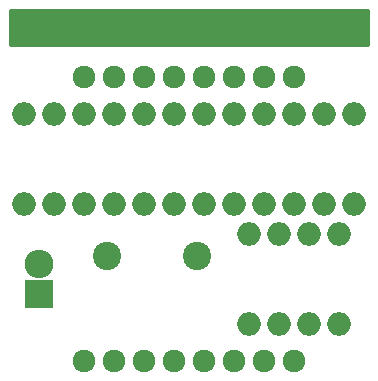
<source format=gts>
G04 #@! TF.FileFunction,Soldermask,Top*
%FSLAX46Y46*%
G04 Gerber Fmt 4.6, Leading zero omitted, Abs format (unit mm)*
G04 Created by KiCad (PCBNEW 4.0.2+e4-6225~38~ubuntu14.04.1-stable) date Seg 01 Ago 2016 19:20:02 BRT*
%MOMM*%
G01*
G04 APERTURE LIST*
%ADD10C,0.100000*%
%ADD11O,2.000000X2.000000*%
%ADD12C,1.924000*%
%ADD13R,2.432000X2.432000*%
%ADD14O,2.432000X2.432000*%
%ADD15C,2.398980*%
%ADD16C,0.250000*%
G04 APERTURE END LIST*
D10*
D11*
X198120000Y-92710000D03*
X195580000Y-92710000D03*
X193040000Y-92710000D03*
X190500000Y-92710000D03*
X187960000Y-92710000D03*
X185420000Y-92710000D03*
X182880000Y-92710000D03*
X180340000Y-92710000D03*
X177800000Y-92710000D03*
X175260000Y-92710000D03*
X172720000Y-92710000D03*
X170180000Y-92710000D03*
X170180000Y-100330000D03*
X172720000Y-100330000D03*
X175260000Y-100330000D03*
X177800000Y-100330000D03*
X180340000Y-100330000D03*
X182880000Y-100330000D03*
X185420000Y-100330000D03*
X187960000Y-100330000D03*
X190500000Y-100330000D03*
X193040000Y-100330000D03*
X195580000Y-100330000D03*
X198120000Y-100330000D03*
D12*
X193040000Y-113600000D03*
X190500000Y-113600000D03*
X187960000Y-113600000D03*
X185420000Y-113600000D03*
X182880000Y-113600000D03*
X180340000Y-113600000D03*
X177800000Y-113600000D03*
X175260000Y-113600000D03*
X175260000Y-89600000D03*
X177800000Y-89600000D03*
X180340000Y-89600000D03*
X182880000Y-89600000D03*
X185420000Y-89600000D03*
X187960000Y-89600000D03*
X190500000Y-89600000D03*
X193040000Y-89600000D03*
D13*
X171450000Y-107950000D03*
D14*
X171450000Y-105410000D03*
D15*
X184785000Y-104775000D03*
X177165000Y-104775000D03*
D11*
X196850000Y-102870000D03*
X194310000Y-102870000D03*
X191770000Y-102870000D03*
X189230000Y-102870000D03*
X189230000Y-110490000D03*
X191770000Y-110490000D03*
X194310000Y-110490000D03*
X196850000Y-110490000D03*
D16*
G36*
X199265000Y-86870000D02*
X169035000Y-86870000D01*
X169035000Y-83945000D01*
X199265000Y-83945000D01*
X199265000Y-86870000D01*
X199265000Y-86870000D01*
G37*
X199265000Y-86870000D02*
X169035000Y-86870000D01*
X169035000Y-83945000D01*
X199265000Y-83945000D01*
X199265000Y-86870000D01*
M02*

</source>
